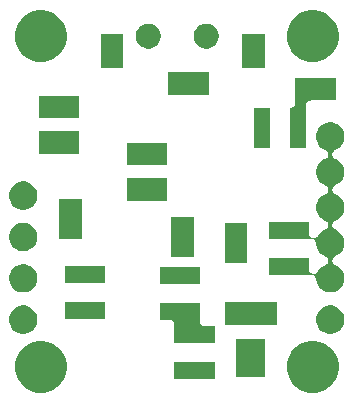
<source format=gbr>
G04 #@! TF.GenerationSoftware,KiCad,Pcbnew,(5.0.0)*
G04 #@! TF.CreationDate,2018-11-29T21:10:00+03:00*
G04 #@! TF.ProjectId,aks,616B732E6B696361645F706362000000,rev?*
G04 #@! TF.SameCoordinates,Original*
G04 #@! TF.FileFunction,Soldermask,Bot*
G04 #@! TF.FilePolarity,Negative*
%FSLAX46Y46*%
G04 Gerber Fmt 4.6, Leading zero omitted, Abs format (unit mm)*
G04 Created by KiCad (PCBNEW (5.0.0)) date 11/29/18 21:10:00*
%MOMM*%
%LPD*%
G01*
G04 APERTURE LIST*
%ADD10C,0.100000*%
G04 APERTURE END LIST*
D10*
G36*
X541141716Y-317884545D02*
X541542091Y-318050385D01*
X541902418Y-318291148D01*
X542208852Y-318597582D01*
X542449615Y-318957909D01*
X542615455Y-319358284D01*
X542700000Y-319783319D01*
X542700000Y-320216681D01*
X542615455Y-320641716D01*
X542449615Y-321042091D01*
X542208852Y-321402418D01*
X541902418Y-321708852D01*
X541542091Y-321949615D01*
X541141716Y-322115455D01*
X540716681Y-322200000D01*
X540283319Y-322200000D01*
X539858284Y-322115455D01*
X539457909Y-321949615D01*
X539097582Y-321708852D01*
X538791148Y-321402418D01*
X538550385Y-321042091D01*
X538384545Y-320641716D01*
X538300000Y-320216681D01*
X538300000Y-319783319D01*
X538384545Y-319358284D01*
X538550385Y-318957909D01*
X538791148Y-318597582D01*
X539097582Y-318291148D01*
X539457909Y-318050385D01*
X539858284Y-317884545D01*
X540283319Y-317800000D01*
X540716681Y-317800000D01*
X541141716Y-317884545D01*
X541141716Y-317884545D01*
G37*
G36*
X518141716Y-317884545D02*
X518542091Y-318050385D01*
X518902418Y-318291148D01*
X519208852Y-318597582D01*
X519449615Y-318957909D01*
X519615455Y-319358284D01*
X519700000Y-319783319D01*
X519700000Y-320216681D01*
X519615455Y-320641716D01*
X519449615Y-321042091D01*
X519208852Y-321402418D01*
X518902418Y-321708852D01*
X518542091Y-321949615D01*
X518141716Y-322115455D01*
X517716681Y-322200000D01*
X517283319Y-322200000D01*
X516858284Y-322115455D01*
X516457909Y-321949615D01*
X516097582Y-321708852D01*
X515791148Y-321402418D01*
X515550385Y-321042091D01*
X515384545Y-320641716D01*
X515300000Y-320216681D01*
X515300000Y-319783319D01*
X515384545Y-319358284D01*
X515550385Y-318957909D01*
X515791148Y-318597582D01*
X516097582Y-318291148D01*
X516457909Y-318050385D01*
X516858284Y-317884545D01*
X517283319Y-317800000D01*
X517716681Y-317800000D01*
X518141716Y-317884545D01*
X518141716Y-317884545D01*
G37*
G36*
X532200000Y-320998000D02*
X528800000Y-320998000D01*
X528800000Y-319598000D01*
X532200000Y-319598000D01*
X532200000Y-320998000D01*
X532200000Y-320998000D01*
G37*
G36*
X536450000Y-320825000D02*
X534050000Y-320825000D01*
X534050000Y-317675000D01*
X536450000Y-317675000D01*
X536450000Y-320825000D01*
X536450000Y-320825000D01*
G37*
G36*
X530950000Y-316150000D02*
X530957686Y-316228036D01*
X530980448Y-316303073D01*
X531017412Y-316372228D01*
X531067157Y-316432843D01*
X531127772Y-316482588D01*
X531196927Y-316519552D01*
X531271964Y-316542314D01*
X531350000Y-316550000D01*
X532200000Y-316550000D01*
X532200000Y-317950000D01*
X528800000Y-317950000D01*
X528800000Y-316398000D01*
X528792314Y-316319964D01*
X528769552Y-316244927D01*
X528732588Y-316175772D01*
X528682843Y-316115157D01*
X528622228Y-316065412D01*
X528553073Y-316028448D01*
X528478036Y-316005686D01*
X528400000Y-315998000D01*
X527550000Y-315998000D01*
X527550000Y-314598000D01*
X530950000Y-314598000D01*
X530950000Y-316150000D01*
X530950000Y-316150000D01*
G37*
G36*
X516350027Y-314846115D02*
X516568413Y-314936573D01*
X516764954Y-315067898D01*
X516932102Y-315235046D01*
X517063427Y-315431587D01*
X517153885Y-315649973D01*
X517200000Y-315881810D01*
X517200000Y-316118190D01*
X517153885Y-316350027D01*
X517063427Y-316568413D01*
X516932102Y-316764954D01*
X516764954Y-316932102D01*
X516568413Y-317063427D01*
X516350027Y-317153885D01*
X516118190Y-317200000D01*
X515881810Y-317200000D01*
X515649973Y-317153885D01*
X515431587Y-317063427D01*
X515235046Y-316932102D01*
X515067898Y-316764954D01*
X514936573Y-316568413D01*
X514846115Y-316350027D01*
X514800000Y-316118190D01*
X514800000Y-315881810D01*
X514846115Y-315649973D01*
X514936573Y-315431587D01*
X515067898Y-315235046D01*
X515235046Y-315067898D01*
X515431587Y-314936573D01*
X515649973Y-314846115D01*
X515881810Y-314800000D01*
X516118190Y-314800000D01*
X516350027Y-314846115D01*
X516350027Y-314846115D01*
G37*
G36*
X542350027Y-314846115D02*
X542568413Y-314936573D01*
X542764954Y-315067898D01*
X542932102Y-315235046D01*
X543063427Y-315431587D01*
X543153885Y-315649973D01*
X543200000Y-315881810D01*
X543200000Y-316118190D01*
X543153885Y-316350027D01*
X543063427Y-316568413D01*
X542932102Y-316764954D01*
X542764954Y-316932102D01*
X542568413Y-317063427D01*
X542350027Y-317153885D01*
X542118190Y-317200000D01*
X541881810Y-317200000D01*
X541649973Y-317153885D01*
X541431587Y-317063427D01*
X541235046Y-316932102D01*
X541067898Y-316764954D01*
X540936573Y-316568413D01*
X540846115Y-316350027D01*
X540800000Y-316118190D01*
X540800000Y-315881810D01*
X540846115Y-315649973D01*
X540936573Y-315431587D01*
X541067898Y-315235046D01*
X541235046Y-315067898D01*
X541431587Y-314936573D01*
X541649973Y-314846115D01*
X541881810Y-314800000D01*
X542118190Y-314800000D01*
X542350027Y-314846115D01*
X542350027Y-314846115D01*
G37*
G36*
X537450000Y-316450000D02*
X533050000Y-316450000D01*
X533050000Y-314550000D01*
X537450000Y-314550000D01*
X537450000Y-316450000D01*
X537450000Y-316450000D01*
G37*
G36*
X522950000Y-315950000D02*
X519550000Y-315950000D01*
X519550000Y-314550000D01*
X522950000Y-314550000D01*
X522950000Y-315950000D01*
X522950000Y-315950000D01*
G37*
G36*
X516350027Y-311346115D02*
X516568413Y-311436573D01*
X516764954Y-311567898D01*
X516932102Y-311735046D01*
X517063427Y-311931587D01*
X517153885Y-312149973D01*
X517200000Y-312381810D01*
X517200000Y-312618190D01*
X517153885Y-312850027D01*
X517063427Y-313068413D01*
X516932102Y-313264954D01*
X516764954Y-313432102D01*
X516568413Y-313563427D01*
X516350027Y-313653885D01*
X516118190Y-313700000D01*
X515881810Y-313700000D01*
X515649973Y-313653885D01*
X515431587Y-313563427D01*
X515235046Y-313432102D01*
X515067898Y-313264954D01*
X514936573Y-313068413D01*
X514846115Y-312850027D01*
X514800000Y-312618190D01*
X514800000Y-312381810D01*
X514846115Y-312149973D01*
X514936573Y-311931587D01*
X515067898Y-311735046D01*
X515235046Y-311567898D01*
X515431587Y-311436573D01*
X515649973Y-311346115D01*
X515881810Y-311300000D01*
X516118190Y-311300000D01*
X516350027Y-311346115D01*
X516350027Y-311346115D01*
G37*
G36*
X542350027Y-299346115D02*
X542568413Y-299436573D01*
X542764954Y-299567898D01*
X542932102Y-299735046D01*
X543063427Y-299931587D01*
X543153885Y-300149973D01*
X543200000Y-300381810D01*
X543200000Y-300618190D01*
X543153885Y-300850027D01*
X543063427Y-301068413D01*
X542932102Y-301264954D01*
X542764954Y-301432102D01*
X542568413Y-301563427D01*
X542406609Y-301630448D01*
X542337454Y-301667412D01*
X542276839Y-301717157D01*
X542227094Y-301777772D01*
X542190130Y-301846927D01*
X542167368Y-301921964D01*
X542159682Y-302000000D01*
X542167368Y-302078036D01*
X542190130Y-302153073D01*
X542227094Y-302222228D01*
X542276839Y-302282843D01*
X542337454Y-302332588D01*
X542406609Y-302369552D01*
X542568413Y-302436573D01*
X542764954Y-302567898D01*
X542932102Y-302735046D01*
X543063427Y-302931587D01*
X543153885Y-303149973D01*
X543200000Y-303381810D01*
X543200000Y-303618190D01*
X543153885Y-303850027D01*
X543063427Y-304068413D01*
X542932102Y-304264954D01*
X542764954Y-304432102D01*
X542568413Y-304563427D01*
X542406609Y-304630448D01*
X542337454Y-304667412D01*
X542276839Y-304717157D01*
X542227094Y-304777772D01*
X542190130Y-304846927D01*
X542167368Y-304921964D01*
X542159682Y-305000000D01*
X542167368Y-305078036D01*
X542190130Y-305153073D01*
X542227094Y-305222228D01*
X542276839Y-305282843D01*
X542337454Y-305332588D01*
X542406609Y-305369552D01*
X542568413Y-305436573D01*
X542764954Y-305567898D01*
X542932102Y-305735046D01*
X543063427Y-305931587D01*
X543153885Y-306149973D01*
X543200000Y-306381810D01*
X543200000Y-306618190D01*
X543153885Y-306850027D01*
X543063427Y-307068413D01*
X542932102Y-307264954D01*
X542764954Y-307432102D01*
X542568413Y-307563427D01*
X542406609Y-307630448D01*
X542337454Y-307667412D01*
X542276839Y-307717157D01*
X542227094Y-307777772D01*
X542190130Y-307846927D01*
X542167368Y-307921964D01*
X542159682Y-308000000D01*
X542167368Y-308078036D01*
X542190130Y-308153073D01*
X542227094Y-308222228D01*
X542276839Y-308282843D01*
X542337454Y-308332588D01*
X542406609Y-308369552D01*
X542568413Y-308436573D01*
X542764954Y-308567898D01*
X542932102Y-308735046D01*
X543063427Y-308931587D01*
X543153885Y-309149973D01*
X543200000Y-309381810D01*
X543200000Y-309618190D01*
X543153885Y-309850027D01*
X543063427Y-310068413D01*
X542932102Y-310264954D01*
X542764954Y-310432102D01*
X542568413Y-310563427D01*
X542406609Y-310630448D01*
X542337454Y-310667412D01*
X542276839Y-310717157D01*
X542227094Y-310777772D01*
X542190130Y-310846927D01*
X542167368Y-310921964D01*
X542159682Y-311000000D01*
X542167368Y-311078036D01*
X542190130Y-311153073D01*
X542227094Y-311222228D01*
X542276839Y-311282843D01*
X542337454Y-311332588D01*
X542406609Y-311369552D01*
X542568413Y-311436573D01*
X542764954Y-311567898D01*
X542932102Y-311735046D01*
X543063427Y-311931587D01*
X543153885Y-312149973D01*
X543200000Y-312381810D01*
X543200000Y-312618190D01*
X543153885Y-312850027D01*
X543063427Y-313068413D01*
X542932102Y-313264954D01*
X542764954Y-313432102D01*
X542568413Y-313563427D01*
X542350027Y-313653885D01*
X542118190Y-313700000D01*
X541881810Y-313700000D01*
X541649973Y-313653885D01*
X541431587Y-313563427D01*
X541235046Y-313432102D01*
X541067898Y-313264954D01*
X540936573Y-313068413D01*
X540846115Y-312850027D01*
X540800000Y-312618190D01*
X540800000Y-312600000D01*
X540792314Y-312521964D01*
X540769552Y-312446927D01*
X540732588Y-312377772D01*
X540682843Y-312317157D01*
X540622228Y-312267412D01*
X540553073Y-312230448D01*
X540478036Y-312207686D01*
X540400000Y-312200000D01*
X536800000Y-312200000D01*
X536800000Y-310800000D01*
X540200000Y-310800000D01*
X540200000Y-311715324D01*
X540207686Y-311793360D01*
X540230448Y-311868397D01*
X540267412Y-311937552D01*
X540317157Y-311998167D01*
X540377772Y-312047912D01*
X540446927Y-312084876D01*
X540521964Y-312107638D01*
X540600000Y-312115324D01*
X540678036Y-312107638D01*
X540753073Y-312084876D01*
X540822228Y-312047912D01*
X540882843Y-311998167D01*
X540932588Y-311937552D01*
X541067898Y-311735046D01*
X541235046Y-311567898D01*
X541431587Y-311436573D01*
X541593391Y-311369552D01*
X541662546Y-311332588D01*
X541723161Y-311282843D01*
X541772906Y-311222228D01*
X541809870Y-311153073D01*
X541832632Y-311078036D01*
X541840318Y-311000000D01*
X541832632Y-310921964D01*
X541809870Y-310846927D01*
X541772906Y-310777772D01*
X541723161Y-310717157D01*
X541662546Y-310667412D01*
X541593391Y-310630448D01*
X541431587Y-310563427D01*
X541235046Y-310432102D01*
X541067898Y-310264954D01*
X540936573Y-310068413D01*
X540846115Y-309850027D01*
X540800000Y-309618190D01*
X540800000Y-309552000D01*
X540792314Y-309473964D01*
X540769552Y-309398927D01*
X540732588Y-309329772D01*
X540682843Y-309269157D01*
X540622228Y-309219412D01*
X540553073Y-309182448D01*
X540478036Y-309159686D01*
X540400000Y-309152000D01*
X536800000Y-309152000D01*
X536800000Y-307752000D01*
X540200000Y-307752000D01*
X540200000Y-308715324D01*
X540207686Y-308793360D01*
X540230448Y-308868397D01*
X540267412Y-308937552D01*
X540317157Y-308998167D01*
X540377772Y-309047912D01*
X540446927Y-309084876D01*
X540521964Y-309107638D01*
X540600000Y-309115324D01*
X540678036Y-309107638D01*
X540753073Y-309084876D01*
X540822228Y-309047912D01*
X540882843Y-308998167D01*
X540932588Y-308937552D01*
X541067898Y-308735046D01*
X541235046Y-308567898D01*
X541431587Y-308436573D01*
X541593391Y-308369552D01*
X541662546Y-308332588D01*
X541723161Y-308282843D01*
X541772906Y-308222228D01*
X541809870Y-308153073D01*
X541832632Y-308078036D01*
X541840318Y-308000000D01*
X541832632Y-307921964D01*
X541809870Y-307846927D01*
X541772906Y-307777772D01*
X541723161Y-307717157D01*
X541662546Y-307667412D01*
X541593391Y-307630448D01*
X541431587Y-307563427D01*
X541235046Y-307432102D01*
X541067898Y-307264954D01*
X540936573Y-307068413D01*
X540846115Y-306850027D01*
X540800000Y-306618190D01*
X540800000Y-306381810D01*
X540846115Y-306149973D01*
X540936573Y-305931587D01*
X541067898Y-305735046D01*
X541235046Y-305567898D01*
X541431587Y-305436573D01*
X541593391Y-305369552D01*
X541662546Y-305332588D01*
X541723161Y-305282843D01*
X541772906Y-305222228D01*
X541809870Y-305153073D01*
X541832632Y-305078036D01*
X541840318Y-305000000D01*
X541832632Y-304921964D01*
X541809870Y-304846927D01*
X541772906Y-304777772D01*
X541723161Y-304717157D01*
X541662546Y-304667412D01*
X541593391Y-304630448D01*
X541431587Y-304563427D01*
X541235046Y-304432102D01*
X541067898Y-304264954D01*
X540936573Y-304068413D01*
X540846115Y-303850027D01*
X540800000Y-303618190D01*
X540800000Y-303381810D01*
X540846115Y-303149973D01*
X540936573Y-302931587D01*
X541067898Y-302735046D01*
X541235046Y-302567898D01*
X541431587Y-302436573D01*
X541593391Y-302369552D01*
X541662546Y-302332588D01*
X541723161Y-302282843D01*
X541772906Y-302222228D01*
X541809870Y-302153073D01*
X541832632Y-302078036D01*
X541840318Y-302000000D01*
X541832632Y-301921964D01*
X541809870Y-301846927D01*
X541772906Y-301777772D01*
X541723161Y-301717157D01*
X541662546Y-301667412D01*
X541593391Y-301630448D01*
X541431587Y-301563427D01*
X541235046Y-301432102D01*
X541067898Y-301264954D01*
X540936573Y-301068413D01*
X540846115Y-300850027D01*
X540800000Y-300618190D01*
X540800000Y-300381810D01*
X540846115Y-300149973D01*
X540936573Y-299931587D01*
X541067898Y-299735046D01*
X541235046Y-299567898D01*
X541431587Y-299436573D01*
X541649973Y-299346115D01*
X541881810Y-299300000D01*
X542118190Y-299300000D01*
X542350027Y-299346115D01*
X542350027Y-299346115D01*
G37*
G36*
X530950000Y-312950000D02*
X527550000Y-312950000D01*
X527550000Y-311550000D01*
X530950000Y-311550000D01*
X530950000Y-312950000D01*
X530950000Y-312950000D01*
G37*
G36*
X522950000Y-312902000D02*
X519550000Y-312902000D01*
X519550000Y-311502000D01*
X522950000Y-311502000D01*
X522950000Y-312902000D01*
X522950000Y-312902000D01*
G37*
G36*
X534950000Y-311200000D02*
X533050000Y-311200000D01*
X533050000Y-307800000D01*
X534950000Y-307800000D01*
X534950000Y-311200000D01*
X534950000Y-311200000D01*
G37*
G36*
X530450000Y-310700000D02*
X528550000Y-310700000D01*
X528550000Y-307300000D01*
X530450000Y-307300000D01*
X530450000Y-310700000D01*
X530450000Y-310700000D01*
G37*
G36*
X516350027Y-307846115D02*
X516568413Y-307936573D01*
X516764954Y-308067898D01*
X516932102Y-308235046D01*
X517063427Y-308431587D01*
X517153885Y-308649973D01*
X517200000Y-308881810D01*
X517200000Y-309118190D01*
X517153885Y-309350027D01*
X517063427Y-309568413D01*
X516932102Y-309764954D01*
X516764954Y-309932102D01*
X516568413Y-310063427D01*
X516350027Y-310153885D01*
X516118190Y-310200000D01*
X515881810Y-310200000D01*
X515649973Y-310153885D01*
X515431587Y-310063427D01*
X515235046Y-309932102D01*
X515067898Y-309764954D01*
X514936573Y-309568413D01*
X514846115Y-309350027D01*
X514800000Y-309118190D01*
X514800000Y-308881810D01*
X514846115Y-308649973D01*
X514936573Y-308431587D01*
X515067898Y-308235046D01*
X515235046Y-308067898D01*
X515431587Y-307936573D01*
X515649973Y-307846115D01*
X515881810Y-307800000D01*
X516118190Y-307800000D01*
X516350027Y-307846115D01*
X516350027Y-307846115D01*
G37*
G36*
X520950000Y-309200000D02*
X519050000Y-309200000D01*
X519050000Y-305800000D01*
X520950000Y-305800000D01*
X520950000Y-309200000D01*
X520950000Y-309200000D01*
G37*
G36*
X516350027Y-304346115D02*
X516568413Y-304436573D01*
X516764954Y-304567898D01*
X516932102Y-304735046D01*
X517063427Y-304931587D01*
X517153885Y-305149973D01*
X517200000Y-305381810D01*
X517200000Y-305618190D01*
X517153885Y-305850027D01*
X517063427Y-306068413D01*
X516932102Y-306264954D01*
X516764954Y-306432102D01*
X516568413Y-306563427D01*
X516350027Y-306653885D01*
X516118190Y-306700000D01*
X515881810Y-306700000D01*
X515649973Y-306653885D01*
X515431587Y-306563427D01*
X515235046Y-306432102D01*
X515067898Y-306264954D01*
X514936573Y-306068413D01*
X514846115Y-305850027D01*
X514800000Y-305618190D01*
X514800000Y-305381810D01*
X514846115Y-305149973D01*
X514936573Y-304931587D01*
X515067898Y-304735046D01*
X515235046Y-304567898D01*
X515431587Y-304436573D01*
X515649973Y-304346115D01*
X515881810Y-304300000D01*
X516118190Y-304300000D01*
X516350027Y-304346115D01*
X516350027Y-304346115D01*
G37*
G36*
X528200000Y-305950000D02*
X524800000Y-305950000D01*
X524800000Y-304050000D01*
X528200000Y-304050000D01*
X528200000Y-305950000D01*
X528200000Y-305950000D01*
G37*
G36*
X528200000Y-302950000D02*
X524800000Y-302950000D01*
X524800000Y-301050000D01*
X528200000Y-301050000D01*
X528200000Y-302950000D01*
X528200000Y-302950000D01*
G37*
G36*
X520700000Y-301950000D02*
X517300000Y-301950000D01*
X517300000Y-300050000D01*
X520700000Y-300050000D01*
X520700000Y-301950000D01*
X520700000Y-301950000D01*
G37*
G36*
X542450000Y-297450000D02*
X540350000Y-297450000D01*
X540271964Y-297457686D01*
X540196927Y-297480448D01*
X540127772Y-297517412D01*
X540067157Y-297567157D01*
X540017412Y-297627772D01*
X539980448Y-297696927D01*
X539957686Y-297771964D01*
X539950000Y-297850000D01*
X539950000Y-301450000D01*
X538550000Y-301450000D01*
X538550000Y-298050000D01*
X538650000Y-298050000D01*
X538728036Y-298042314D01*
X538803073Y-298019552D01*
X538872228Y-297982588D01*
X538932843Y-297932843D01*
X538982588Y-297872228D01*
X539019552Y-297803073D01*
X539042314Y-297728036D01*
X539050000Y-297650000D01*
X539050000Y-295550000D01*
X542450000Y-295550000D01*
X542450000Y-297450000D01*
X542450000Y-297450000D01*
G37*
G36*
X536902000Y-301450000D02*
X535502000Y-301450000D01*
X535502000Y-298050000D01*
X536902000Y-298050000D01*
X536902000Y-301450000D01*
X536902000Y-301450000D01*
G37*
G36*
X520700000Y-298950000D02*
X517300000Y-298950000D01*
X517300000Y-297050000D01*
X520700000Y-297050000D01*
X520700000Y-298950000D01*
X520700000Y-298950000D01*
G37*
G36*
X531700000Y-296950000D02*
X528300000Y-296950000D01*
X528300000Y-295050000D01*
X531700000Y-295050000D01*
X531700000Y-296950000D01*
X531700000Y-296950000D01*
G37*
G36*
X524450000Y-294700000D02*
X522550000Y-294700000D01*
X522550000Y-291800000D01*
X524450000Y-291800000D01*
X524450000Y-294700000D01*
X524450000Y-294700000D01*
G37*
G36*
X536450000Y-294700000D02*
X534550000Y-294700000D01*
X534550000Y-291800000D01*
X536450000Y-291800000D01*
X536450000Y-294700000D01*
X536450000Y-294700000D01*
G37*
G36*
X541141716Y-289884545D02*
X541542091Y-290050385D01*
X541902418Y-290291148D01*
X542208852Y-290597582D01*
X542449615Y-290957909D01*
X542615455Y-291358284D01*
X542700000Y-291783319D01*
X542700000Y-292216681D01*
X542615455Y-292641716D01*
X542449615Y-293042091D01*
X542208852Y-293402418D01*
X541902418Y-293708852D01*
X541542091Y-293949615D01*
X541141716Y-294115455D01*
X540716681Y-294200000D01*
X540283319Y-294200000D01*
X539858284Y-294115455D01*
X539457909Y-293949615D01*
X539097582Y-293708852D01*
X538791148Y-293402418D01*
X538550385Y-293042091D01*
X538384545Y-292641716D01*
X538300000Y-292216681D01*
X538300000Y-291783319D01*
X538384545Y-291358284D01*
X538550385Y-290957909D01*
X538791148Y-290597582D01*
X539097582Y-290291148D01*
X539457909Y-290050385D01*
X539858284Y-289884545D01*
X540283319Y-289800000D01*
X540716681Y-289800000D01*
X541141716Y-289884545D01*
X541141716Y-289884545D01*
G37*
G36*
X518141716Y-289884545D02*
X518542091Y-290050385D01*
X518902418Y-290291148D01*
X519208852Y-290597582D01*
X519449615Y-290957909D01*
X519615455Y-291358284D01*
X519700000Y-291783319D01*
X519700000Y-292216681D01*
X519615455Y-292641716D01*
X519449615Y-293042091D01*
X519208852Y-293402418D01*
X518902418Y-293708852D01*
X518542091Y-293949615D01*
X518141716Y-294115455D01*
X517716681Y-294200000D01*
X517283319Y-294200000D01*
X516858284Y-294115455D01*
X516457909Y-293949615D01*
X516097582Y-293708852D01*
X515791148Y-293402418D01*
X515550385Y-293042091D01*
X515384545Y-292641716D01*
X515300000Y-292216681D01*
X515300000Y-291783319D01*
X515384545Y-291358284D01*
X515550385Y-290957909D01*
X515791148Y-290597582D01*
X516097582Y-290291148D01*
X516457909Y-290050385D01*
X516858284Y-289884545D01*
X517283319Y-289800000D01*
X517716681Y-289800000D01*
X518141716Y-289884545D01*
X518141716Y-289884545D01*
G37*
G36*
X526906274Y-290990350D02*
X527097362Y-291069502D01*
X527269336Y-291184411D01*
X527415589Y-291330664D01*
X527530498Y-291502638D01*
X527609650Y-291693726D01*
X527650000Y-291896584D01*
X527650000Y-292103416D01*
X527609650Y-292306274D01*
X527530498Y-292497362D01*
X527415589Y-292669336D01*
X527269336Y-292815589D01*
X527097362Y-292930498D01*
X526906274Y-293009650D01*
X526703416Y-293050000D01*
X526496584Y-293050000D01*
X526293726Y-293009650D01*
X526102638Y-292930498D01*
X525930664Y-292815589D01*
X525784411Y-292669336D01*
X525669502Y-292497362D01*
X525590350Y-292306274D01*
X525550000Y-292103416D01*
X525550000Y-291896584D01*
X525590350Y-291693726D01*
X525669502Y-291502638D01*
X525784411Y-291330664D01*
X525930664Y-291184411D01*
X526102638Y-291069502D01*
X526293726Y-290990350D01*
X526496584Y-290950000D01*
X526703416Y-290950000D01*
X526906274Y-290990350D01*
X526906274Y-290990350D01*
G37*
G36*
X531806274Y-290990350D02*
X531997362Y-291069502D01*
X532169336Y-291184411D01*
X532315589Y-291330664D01*
X532430498Y-291502638D01*
X532509650Y-291693726D01*
X532550000Y-291896584D01*
X532550000Y-292103416D01*
X532509650Y-292306274D01*
X532430498Y-292497362D01*
X532315589Y-292669336D01*
X532169336Y-292815589D01*
X531997362Y-292930498D01*
X531806274Y-293009650D01*
X531603416Y-293050000D01*
X531396584Y-293050000D01*
X531193726Y-293009650D01*
X531002638Y-292930498D01*
X530830664Y-292815589D01*
X530684411Y-292669336D01*
X530569502Y-292497362D01*
X530490350Y-292306274D01*
X530450000Y-292103416D01*
X530450000Y-291896584D01*
X530490350Y-291693726D01*
X530569502Y-291502638D01*
X530684411Y-291330664D01*
X530830664Y-291184411D01*
X531002638Y-291069502D01*
X531193726Y-290990350D01*
X531396584Y-290950000D01*
X531603416Y-290950000D01*
X531806274Y-290990350D01*
X531806274Y-290990350D01*
G37*
M02*

</source>
